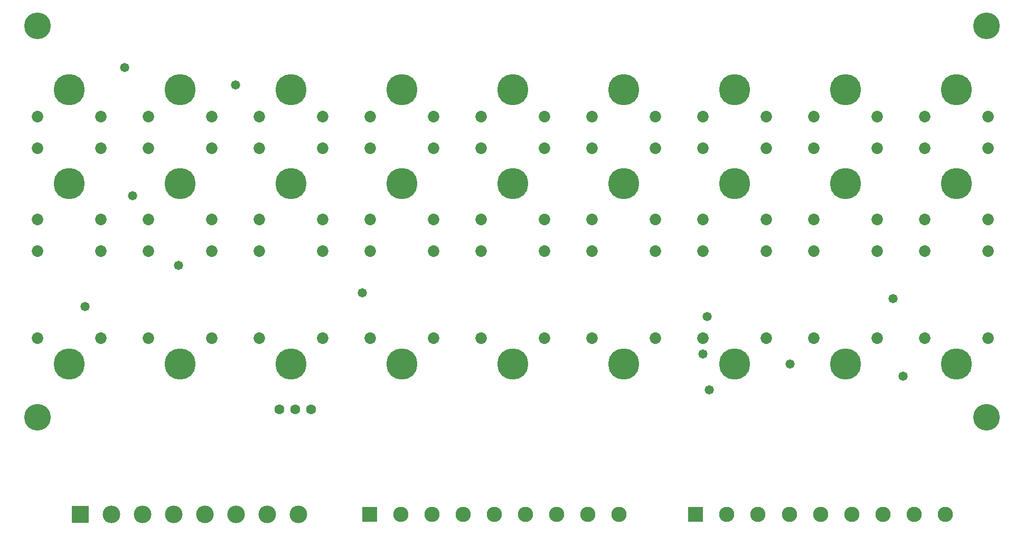
<source format=gts>
G04*
G04 #@! TF.GenerationSoftware,Altium Limited,Altium Designer,19.1.8 (144)*
G04*
G04 Layer_Color=8388736*
%FSLAX25Y25*%
%MOIN*%
G70*
G01*
G75*
%ADD14C,0.09658*%
%ADD15R,0.09658X0.09658*%
%ADD16C,0.19698*%
%ADD17C,0.07296*%
%ADD18C,0.06312*%
%ADD19C,0.11135*%
%ADD20R,0.11135X0.11135*%
%ADD21C,0.16800*%
%ADD22C,0.05800*%
D14*
X707805Y133750D02*
D03*
X688120D02*
D03*
X668435D02*
D03*
X648750D02*
D03*
X629065D02*
D03*
X609380D02*
D03*
X589695D02*
D03*
X570010D02*
D03*
X501860D02*
D03*
X482175D02*
D03*
X462490D02*
D03*
X442805D02*
D03*
X423120D02*
D03*
X403435D02*
D03*
X383750D02*
D03*
X364065D02*
D03*
D15*
X550325D02*
D03*
X344380D02*
D03*
D16*
X645000Y402087D02*
D03*
Y342638D02*
D03*
Y228858D02*
D03*
X715000D02*
D03*
Y342638D02*
D03*
Y402087D02*
D03*
X575000Y228858D02*
D03*
Y342638D02*
D03*
Y402087D02*
D03*
X155000D02*
D03*
Y342638D02*
D03*
Y228858D02*
D03*
X225000D02*
D03*
Y342638D02*
D03*
Y402087D02*
D03*
X295000D02*
D03*
Y342638D02*
D03*
Y228858D02*
D03*
X365000D02*
D03*
Y342638D02*
D03*
Y402087D02*
D03*
X435000D02*
D03*
Y342638D02*
D03*
Y228858D02*
D03*
X505000D02*
D03*
Y342638D02*
D03*
Y402087D02*
D03*
D17*
X625000Y245000D02*
D03*
Y300000D02*
D03*
Y320000D02*
D03*
Y365000D02*
D03*
Y385000D02*
D03*
X665000D02*
D03*
Y365000D02*
D03*
Y320000D02*
D03*
Y300000D02*
D03*
Y245000D02*
D03*
X735000D02*
D03*
Y300000D02*
D03*
Y320000D02*
D03*
Y365000D02*
D03*
Y385000D02*
D03*
X695000D02*
D03*
Y365000D02*
D03*
Y320000D02*
D03*
Y300000D02*
D03*
Y245000D02*
D03*
X595000D02*
D03*
Y300000D02*
D03*
Y320000D02*
D03*
Y365000D02*
D03*
Y385000D02*
D03*
X555000D02*
D03*
Y365000D02*
D03*
Y320000D02*
D03*
Y300000D02*
D03*
Y245000D02*
D03*
X135000D02*
D03*
Y300000D02*
D03*
Y320000D02*
D03*
Y365000D02*
D03*
Y385000D02*
D03*
X175000D02*
D03*
Y365000D02*
D03*
Y320000D02*
D03*
Y300000D02*
D03*
Y245000D02*
D03*
X245000D02*
D03*
Y300000D02*
D03*
Y320000D02*
D03*
Y365000D02*
D03*
Y385000D02*
D03*
X205000D02*
D03*
Y365000D02*
D03*
Y320000D02*
D03*
Y300000D02*
D03*
Y245000D02*
D03*
X275000D02*
D03*
Y300000D02*
D03*
Y320000D02*
D03*
Y365000D02*
D03*
Y385000D02*
D03*
X315000D02*
D03*
Y365000D02*
D03*
Y320000D02*
D03*
Y300000D02*
D03*
Y245000D02*
D03*
X385000D02*
D03*
Y300000D02*
D03*
Y320000D02*
D03*
Y365000D02*
D03*
Y385000D02*
D03*
X345000D02*
D03*
Y365000D02*
D03*
Y320000D02*
D03*
Y300000D02*
D03*
Y245000D02*
D03*
X415000D02*
D03*
Y300000D02*
D03*
Y320000D02*
D03*
Y365000D02*
D03*
Y385000D02*
D03*
X455000D02*
D03*
Y365000D02*
D03*
Y320000D02*
D03*
Y300000D02*
D03*
Y245000D02*
D03*
X525000D02*
D03*
Y300000D02*
D03*
Y320000D02*
D03*
Y365000D02*
D03*
Y385000D02*
D03*
X485000D02*
D03*
Y365000D02*
D03*
Y320000D02*
D03*
Y300000D02*
D03*
Y245000D02*
D03*
D18*
X307500Y200000D02*
D03*
X287500D02*
D03*
X297500D02*
D03*
D19*
X299685Y133750D02*
D03*
X280000D02*
D03*
X260315D02*
D03*
X240630D02*
D03*
X220945D02*
D03*
X201260D02*
D03*
X181575D02*
D03*
D20*
X161890D02*
D03*
D21*
X733750Y195000D02*
D03*
X135000D02*
D03*
X135016Y442500D02*
D03*
X733766D02*
D03*
D22*
X681250Y221250D02*
D03*
X675000Y270000D02*
D03*
X610000Y228750D02*
D03*
X557500Y258750D02*
D03*
X555000Y235000D02*
D03*
X558750Y212500D02*
D03*
X340000Y273750D02*
D03*
X260000Y405000D02*
D03*
X190000Y416250D02*
D03*
X223750Y291250D02*
D03*
X165000Y265000D02*
D03*
X195000Y335000D02*
D03*
M02*

</source>
